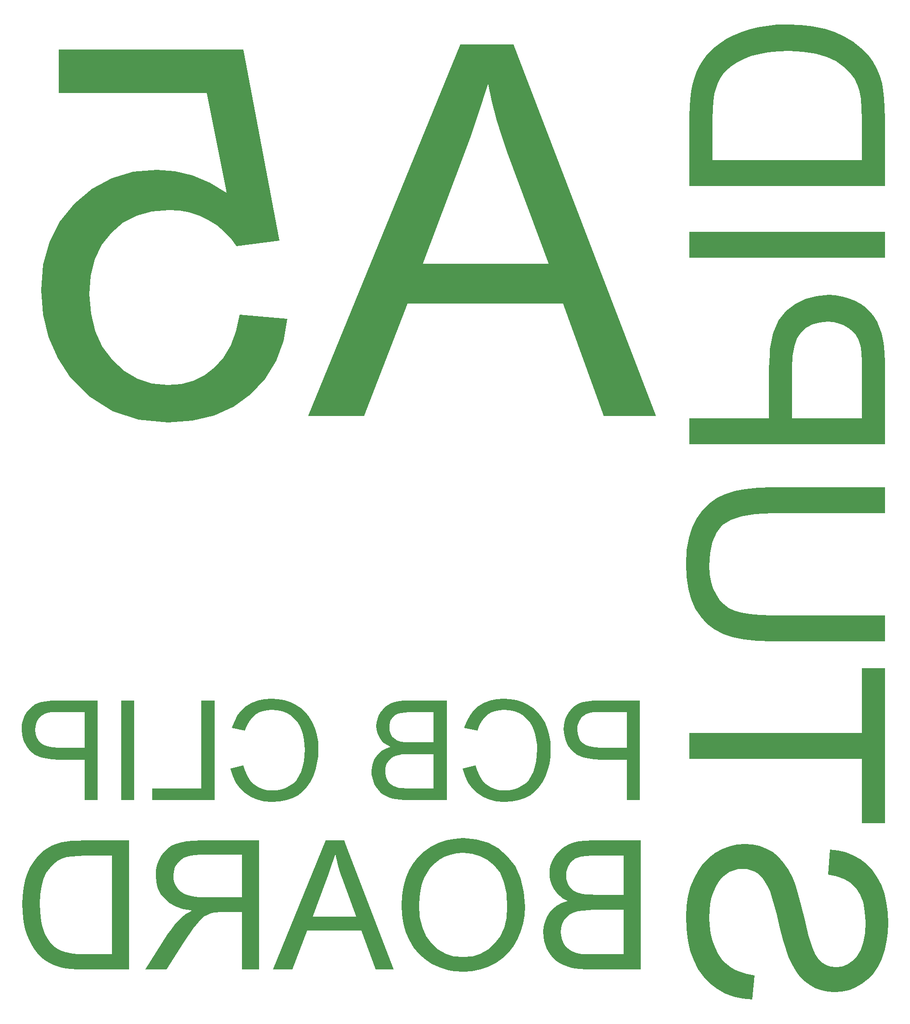
<source format=gbo>
%FSLAX33Y33*%
%MOMM*%
%LNbottom silkscreen_traces*%
%LNtext*%
G36*
G01*
X119683Y61750D02*
X119683Y80003D01*
X112797Y80003D01*
X111942Y79993D01*
X111194Y79960D01*
X110554Y79905D01*
X110021Y79829D01*
X109375Y79692D01*
X108785Y79504D01*
X108249Y79265D01*
X107767Y78976D01*
X107335Y78630D01*
X106947Y78221D01*
X106603Y77749D01*
X106304Y77214D01*
X106062Y76634D01*
X105888Y76025D01*
X105784Y75389D01*
X105750Y74724D01*
X105842Y73605D01*
X106120Y72575D01*
X106583Y71634D01*
X107232Y70783D01*
X108122Y70078D01*
X109311Y69574D01*
X110799Y69272D01*
X111342Y69241D01*
X111463Y71379D01*
X110547Y71543D01*
X109800Y71815D01*
X109224Y72197D01*
X108793Y72677D01*
X108486Y73246D01*
X108302Y73903D01*
X108240Y74649D01*
X108276Y75202D01*
X108385Y75712D01*
X108566Y76182D01*
X108819Y76610D01*
X109132Y76984D01*
X109490Y77288D01*
X109894Y77522D01*
X110344Y77688D01*
X110714Y77758D01*
X111213Y77809D01*
X111841Y77839D01*
X112598Y77849D01*
X117267Y77849D01*
X117267Y71325D01*
X117267Y71325D01*
X112548Y71325D01*
X111463Y71379D01*
X111342Y69241D01*
X112586Y69171D01*
X117267Y69171D01*
X117267Y61750D01*
X119683Y61750D01*
X119683Y61750D01*
X89650Y68150D02*
X87235Y67540D01*
X87690Y66140D01*
X88298Y64917D01*
X89057Y63871D01*
X89968Y63001D01*
X91009Y62318D01*
X92161Y61829D01*
X93422Y61536D01*
X94792Y61439D01*
X96199Y61514D01*
X97468Y61739D01*
X98599Y62115D01*
X99592Y62640D01*
X100462Y63308D01*
X101220Y64111D01*
X101869Y65048D01*
X102406Y66120D01*
X102828Y67281D01*
X103130Y68483D01*
X103311Y69727D01*
X103371Y71014D01*
X103303Y72394D01*
X103099Y73683D01*
X102758Y74881D01*
X102282Y75988D01*
X101679Y76986D01*
X100962Y77856D01*
X100129Y78598D01*
X99181Y79213D01*
X98151Y79695D01*
X97069Y80039D01*
X95938Y80246D01*
X94755Y80315D01*
X93440Y80228D01*
X92234Y79966D01*
X91136Y79530D01*
X90148Y78920D01*
X89285Y78152D01*
X88564Y77242D01*
X87984Y76191D01*
X87546Y74998D01*
X89924Y74438D01*
X90277Y75366D01*
X90702Y76159D01*
X91199Y76817D01*
X91767Y77339D01*
X92410Y77737D01*
X93130Y78021D01*
X93929Y78191D01*
X94805Y78248D01*
X95814Y78185D01*
X96736Y77996D01*
X97573Y77681D01*
X98322Y77239D01*
X98976Y76692D01*
X99525Y76058D01*
X99969Y75338D01*
X100308Y74531D01*
X100559Y73675D01*
X100738Y72805D01*
X100845Y71922D01*
X100881Y71026D01*
X100839Y69899D01*
X100711Y68846D01*
X100499Y67866D01*
X100202Y66961D01*
X99816Y66147D01*
X99336Y65443D01*
X98761Y64849D01*
X98092Y64365D01*
X97361Y63989D01*
X96601Y63720D01*
X95811Y63559D01*
X94992Y63506D01*
X94016Y63579D01*
X93118Y63798D01*
X92298Y64164D01*
X91555Y64676D01*
X90908Y65332D01*
X90375Y66130D01*
X89956Y67069D01*
X89650Y68150D01*
X89650Y68150D01*
X84358Y61750D02*
X84358Y80003D01*
X77510Y80003D01*
X76516Y79969D01*
X75625Y79865D01*
X74838Y79692D01*
X74154Y79449D01*
X73557Y79135D01*
X73028Y78746D01*
X72567Y78282D01*
X72175Y77744D01*
X71861Y77161D01*
X71638Y76565D01*
X71503Y75956D01*
X71459Y75334D01*
X71498Y74758D01*
X71617Y74198D01*
X71816Y73656D01*
X72094Y73130D01*
X72452Y72639D01*
X72891Y72197D01*
X73410Y71804D01*
X74011Y71462D01*
X74721Y69738D01*
X75051Y69874D01*
X75566Y70008D01*
X76182Y70103D01*
X76901Y70160D01*
X77722Y70179D01*
X81943Y70179D01*
X81943Y63904D01*
X81943Y63904D01*
X77398Y63904D01*
X76856Y63910D01*
X76402Y63926D01*
X76035Y63953D01*
X75754Y63991D01*
X75354Y64078D01*
X74989Y64190D01*
X74657Y64327D01*
X74360Y64489D01*
X74092Y64683D01*
X73849Y64917D01*
X73631Y65191D01*
X73438Y65504D01*
X73280Y65850D01*
X73168Y66222D01*
X73100Y66619D01*
X73077Y67042D01*
X73110Y67536D01*
X73208Y67996D01*
X73372Y68423D01*
X73600Y68816D01*
X73887Y69165D01*
X74224Y69457D01*
X74612Y69694D01*
X74721Y69738D01*
X74011Y71462D01*
X74884Y72909D01*
X74566Y73159D01*
X74304Y73454D01*
X74100Y73792D01*
X73954Y74170D01*
X73866Y74589D01*
X73837Y75048D01*
X73864Y75489D01*
X73946Y75902D01*
X74082Y76289D01*
X74273Y76648D01*
X74514Y76966D01*
X74802Y77230D01*
X75136Y77439D01*
X75518Y77594D01*
X75995Y77706D01*
X76617Y77786D01*
X77383Y77833D01*
X78294Y77849D01*
X81943Y77849D01*
X81943Y72333D01*
X81943Y72333D01*
X77996Y72333D01*
X77249Y72347D01*
X76617Y72386D01*
X76098Y72453D01*
X75692Y72545D01*
X75260Y72705D01*
X74884Y72909D01*
X74011Y71462D01*
X73231Y71176D01*
X72547Y70805D01*
X71958Y70348D01*
X71465Y69806D01*
X71075Y69194D01*
X70797Y68530D01*
X70630Y67812D01*
X70575Y67042D01*
X70609Y66412D01*
X70710Y65804D01*
X70879Y65220D01*
X71116Y64657D01*
X71403Y64138D01*
X71722Y63681D01*
X72072Y63288D01*
X72455Y62958D01*
X72879Y62677D01*
X73353Y62433D01*
X73878Y62226D01*
X74453Y62055D01*
X75088Y61922D01*
X75790Y61826D01*
X76560Y61769D01*
X77398Y61750D01*
X84358Y61750D01*
X84358Y61750D01*
X47141Y68150D02*
X44726Y67540D01*
X45181Y66140D01*
X45789Y64917D01*
X46548Y63871D01*
X47459Y63001D01*
X48501Y62318D01*
X49652Y61829D01*
X50913Y61536D01*
X52284Y61439D01*
X53690Y61514D01*
X54959Y61739D01*
X56090Y62115D01*
X57084Y62640D01*
X57953Y63308D01*
X58712Y64111D01*
X59360Y65048D01*
X59898Y66120D01*
X60320Y67281D01*
X60621Y68483D01*
X60802Y69727D01*
X60863Y71014D01*
X60794Y72394D01*
X60590Y73683D01*
X60250Y74881D01*
X59773Y75988D01*
X59171Y76986D01*
X58453Y77856D01*
X57621Y78598D01*
X56673Y79213D01*
X55642Y79695D01*
X54561Y80039D01*
X53429Y80246D01*
X52246Y80315D01*
X50931Y80228D01*
X49725Y79966D01*
X48628Y79530D01*
X47639Y78920D01*
X46776Y78152D01*
X46055Y77242D01*
X45475Y76191D01*
X45037Y74998D01*
X47415Y74438D01*
X47769Y75366D01*
X48194Y76159D01*
X48690Y76817D01*
X49258Y77339D01*
X49901Y77737D01*
X50621Y78021D01*
X51420Y78191D01*
X52296Y78248D01*
X53305Y78185D01*
X54228Y77996D01*
X55064Y77681D01*
X55814Y77239D01*
X56468Y76692D01*
X57017Y76058D01*
X57461Y75338D01*
X57800Y74531D01*
X58050Y73675D01*
X58229Y72805D01*
X58337Y71922D01*
X58372Y71026D01*
X58330Y69899D01*
X58203Y68846D01*
X57991Y67866D01*
X57694Y66961D01*
X57307Y66147D01*
X56827Y65443D01*
X56252Y64849D01*
X55583Y64365D01*
X54853Y63989D01*
X54092Y63720D01*
X53302Y63559D01*
X52483Y63506D01*
X51507Y63579D01*
X50609Y63798D01*
X49789Y64164D01*
X49046Y64676D01*
X48400Y65332D01*
X47867Y66130D01*
X47447Y67069D01*
X47141Y68150D01*
X47141Y68150D01*
X41849Y61750D02*
X41849Y80003D01*
X39434Y80003D01*
X39434Y63904D01*
X30444Y63904D01*
X30444Y61750D01*
X41849Y61750D01*
X41849Y61750D01*
X27157Y61750D02*
X27157Y80003D01*
X24741Y80003D01*
X24741Y61750D01*
X27157Y61750D01*
X27157Y61750D01*
X20483Y61750D02*
X20483Y80003D01*
X13598Y80003D01*
X12742Y79993D01*
X11995Y79960D01*
X11354Y79905D01*
X10821Y79829D01*
X10176Y79692D01*
X9585Y79504D01*
X9049Y79265D01*
X8567Y78976D01*
X8135Y78630D01*
X7747Y78221D01*
X7404Y77749D01*
X7104Y77214D01*
X6862Y76634D01*
X6689Y76025D01*
X6585Y75389D01*
X6550Y74724D01*
X6643Y73605D01*
X6921Y72575D01*
X7384Y71634D01*
X8032Y70783D01*
X8922Y70078D01*
X10111Y69574D01*
X11599Y69272D01*
X12143Y69241D01*
X12263Y71379D01*
X11347Y71543D01*
X10601Y71815D01*
X10024Y72197D01*
X9594Y72677D01*
X9287Y73246D01*
X9102Y73903D01*
X9041Y74649D01*
X9077Y75202D01*
X9185Y75712D01*
X9366Y76182D01*
X9620Y76610D01*
X9932Y76984D01*
X10290Y77288D01*
X10695Y77522D01*
X11145Y77688D01*
X11514Y77758D01*
X12013Y77809D01*
X12641Y77839D01*
X13399Y77849D01*
X18068Y77849D01*
X18068Y71325D01*
X18068Y71325D01*
X13349Y71325D01*
X12263Y71379D01*
X12143Y69241D01*
X13386Y69171D01*
X18068Y69171D01*
X18068Y61750D01*
X20483Y61750D01*
X20483Y61750D01*
X119833Y30750D02*
X119833Y54372D01*
X110971Y54372D01*
X109684Y54327D01*
X108532Y54193D01*
X107513Y53969D01*
X106628Y53655D01*
X105855Y53248D01*
X105170Y52745D01*
X104574Y52144D01*
X104066Y51448D01*
X103661Y50694D01*
X103371Y49923D01*
X103198Y49135D01*
X103140Y48330D01*
X103191Y47583D01*
X103345Y46859D01*
X103602Y46157D01*
X103961Y45478D01*
X104425Y44841D01*
X104993Y44269D01*
X105665Y43761D01*
X106443Y43318D01*
X107361Y41088D01*
X107788Y41264D01*
X108455Y41437D01*
X109253Y41560D01*
X110183Y41634D01*
X111245Y41659D01*
X116707Y41659D01*
X116707Y33538D01*
X116707Y33538D01*
X110826Y33538D01*
X110125Y33545D01*
X109537Y33566D01*
X109061Y33601D01*
X108699Y33650D01*
X108181Y33763D01*
X107708Y33908D01*
X107279Y34085D01*
X106894Y34295D01*
X106548Y34546D01*
X106233Y34849D01*
X105951Y35203D01*
X105702Y35608D01*
X105497Y36056D01*
X105351Y36537D01*
X105264Y37051D01*
X105234Y37598D01*
X105277Y38237D01*
X105404Y38833D01*
X105615Y39385D01*
X105911Y39894D01*
X106282Y40345D01*
X106719Y40724D01*
X107221Y41030D01*
X107361Y41088D01*
X106443Y43318D01*
X107573Y45192D01*
X107160Y45515D01*
X106822Y45896D01*
X106557Y46334D01*
X106368Y46823D01*
X106255Y47365D01*
X106217Y47959D01*
X106253Y48529D01*
X106358Y49065D01*
X106535Y49565D01*
X106781Y50030D01*
X107093Y50441D01*
X107466Y50783D01*
X107899Y51054D01*
X108393Y51254D01*
X109010Y51399D01*
X109815Y51502D01*
X110807Y51564D01*
X111986Y51584D01*
X116707Y51584D01*
X116707Y44446D01*
X116707Y44446D01*
X111599Y44446D01*
X110633Y44463D01*
X109815Y44515D01*
X109143Y44600D01*
X108618Y44720D01*
X108059Y44927D01*
X107573Y45192D01*
X106443Y43318D01*
X105433Y42949D01*
X104548Y42468D01*
X103786Y41877D01*
X103148Y41175D01*
X102644Y40384D01*
X102284Y39524D01*
X102068Y38595D01*
X101996Y37598D01*
X102039Y36783D01*
X102171Y35997D01*
X102390Y35240D01*
X102697Y34512D01*
X103068Y33840D01*
X103480Y33250D01*
X103934Y32741D01*
X104429Y32313D01*
X104977Y31950D01*
X105591Y31634D01*
X106270Y31366D01*
X107015Y31145D01*
X107836Y30972D01*
X108745Y30849D01*
X109742Y30775D01*
X110826Y30750D01*
X119833Y30750D01*
X119833Y30750D01*
X98644Y42255D02*
X98446Y45036D01*
X97854Y47498D01*
X96867Y49640D01*
X95485Y51464D01*
X93791Y52919D01*
X91868Y53959D01*
X89715Y54583D01*
X87332Y54791D01*
X85737Y54693D01*
X84222Y54400D01*
X82788Y53912D01*
X81435Y53228D01*
X80199Y52369D01*
X79120Y51357D01*
X78197Y50190D01*
X77430Y48869D01*
X76828Y47425D01*
X76397Y45886D01*
X76139Y44254D01*
X76053Y42529D01*
X76143Y40780D01*
X76415Y39125D01*
X76868Y37565D01*
X77503Y36100D01*
X78304Y34768D01*
X79255Y33608D01*
X80358Y32621D01*
X81612Y31805D01*
X82967Y31167D01*
X84375Y30712D01*
X85188Y30560D01*
X85678Y33177D01*
X84148Y33642D01*
X82773Y34418D01*
X81555Y35503D01*
X80558Y36874D01*
X79845Y38505D01*
X79418Y40395D01*
X79275Y42545D01*
X79336Y43941D01*
X79519Y45246D01*
X79824Y46459D01*
X80250Y47580D01*
X80794Y48595D01*
X81451Y49490D01*
X82220Y50263D01*
X83102Y50916D01*
X84070Y51434D01*
X85094Y51804D01*
X86176Y52026D01*
X87316Y52100D01*
X88918Y51958D01*
X90404Y51530D01*
X91774Y50818D01*
X93028Y49820D01*
X94075Y48489D01*
X94823Y46777D01*
X95271Y44682D01*
X95421Y42207D01*
X95421Y42207D01*
X95277Y40185D01*
X94847Y38390D01*
X94129Y36821D01*
X93125Y35479D01*
X91904Y34404D01*
X90537Y33636D01*
X89023Y33176D01*
X87364Y33022D01*
X85678Y33177D01*
X85188Y30560D01*
X85835Y30438D01*
X87348Y30347D01*
X88972Y30448D01*
X90506Y30750D01*
X91952Y31254D01*
X93310Y31958D01*
X94544Y32838D01*
X95618Y33864D01*
X96534Y35037D01*
X97290Y36357D01*
X97882Y37771D01*
X98305Y39226D01*
X98559Y40720D01*
X98644Y42255D01*
X98644Y42255D01*
X74618Y30750D02*
X66169Y52749D01*
X63935Y51891D01*
X64183Y50757D01*
X64479Y49627D01*
X64820Y48501D01*
X65208Y47379D01*
X67802Y40450D01*
X67802Y40450D01*
X59794Y40450D01*
X62259Y46992D01*
X62787Y48416D01*
X63242Y49707D01*
X63625Y50865D01*
X63935Y51891D01*
X66169Y52749D01*
X65546Y54372D01*
X62178Y54372D01*
X52510Y30750D01*
X56071Y30750D01*
X58827Y37904D01*
X68704Y37904D01*
X71298Y30750D01*
X74618Y30750D01*
X74618Y30750D01*
X49964Y30750D02*
X49964Y54372D01*
X39490Y54372D01*
X38006Y54332D01*
X36711Y54213D01*
X35605Y54014D01*
X34689Y53736D01*
X33908Y53356D01*
X33210Y52855D01*
X32595Y52233D01*
X32062Y51488D01*
X31632Y50661D01*
X31325Y49792D01*
X31141Y48880D01*
X31079Y47927D01*
X31181Y46719D01*
X31486Y45610D01*
X31995Y44600D01*
X32707Y43689D01*
X33631Y42905D01*
X34777Y42279D01*
X36145Y41810D01*
X36931Y41655D01*
X37430Y44196D01*
X36767Y44390D01*
X36199Y44645D01*
X35704Y44966D01*
X35281Y45354D01*
X34930Y45808D01*
X34655Y46306D01*
X34459Y46825D01*
X34341Y47365D01*
X34302Y47927D01*
X34378Y48727D01*
X34606Y49453D01*
X34986Y50105D01*
X35518Y50682D01*
X36215Y51154D01*
X37087Y51492D01*
X38136Y51694D01*
X39361Y51762D01*
X46838Y51762D01*
X46838Y43947D01*
X46838Y43947D01*
X40119Y43947D01*
X39106Y43974D01*
X38209Y44058D01*
X37430Y44196D01*
X36931Y41655D01*
X37734Y41498D01*
X37151Y41200D01*
X36642Y40905D01*
X36208Y40612D01*
X35849Y40321D01*
X35173Y39654D01*
X34515Y38907D01*
X33876Y38083D01*
X33255Y37179D01*
X29146Y30750D01*
X33077Y30750D01*
X36203Y35665D01*
X36858Y36666D01*
X37452Y37542D01*
X37986Y38293D01*
X38459Y38919D01*
X38891Y39441D01*
X39299Y39878D01*
X39684Y40231D01*
X40046Y40499D01*
X40398Y40707D01*
X40753Y40881D01*
X41111Y41021D01*
X41472Y41127D01*
X41780Y41176D01*
X42173Y41212D01*
X42651Y41233D01*
X43213Y41240D01*
X46838Y41240D01*
X46838Y30750D01*
X49964Y30750D01*
X49964Y30750D01*
X26181Y30750D02*
X26181Y54372D01*
X18092Y54372D01*
X18092Y51584D01*
X23055Y51584D01*
X23055Y33538D01*
X23055Y33538D01*
X18011Y33538D01*
X16906Y33565D01*
X15926Y33646D01*
X15073Y33782D01*
X14345Y33973D01*
X13714Y34212D01*
X13151Y34496D01*
X12655Y34825D01*
X12226Y35197D01*
X11701Y35801D01*
X11237Y36500D01*
X10835Y37296D01*
X10494Y38186D01*
X10223Y39175D01*
X10029Y40263D01*
X9913Y41451D01*
X9874Y42738D01*
X9950Y44484D01*
X10178Y46015D01*
X10558Y47332D01*
X11090Y48434D01*
X11731Y49347D01*
X12438Y50096D01*
X13210Y50681D01*
X14047Y51101D01*
X14771Y51313D01*
X15687Y51464D01*
X16794Y51554D01*
X18092Y51584D01*
X18092Y54372D01*
X18043Y54372D01*
X16747Y54351D01*
X15614Y54287D01*
X14644Y54182D01*
X13838Y54034D01*
X12860Y53753D01*
X11957Y53377D01*
X11128Y52907D01*
X10373Y52342D01*
X9498Y51497D01*
X8740Y50543D01*
X8100Y49479D01*
X7578Y48305D01*
X7172Y47033D01*
X6883Y45673D01*
X6709Y44225D01*
X6651Y42690D01*
X6691Y41383D01*
X6808Y40152D01*
X7005Y38998D01*
X7280Y37920D01*
X7616Y36926D01*
X7997Y36021D01*
X8422Y35206D01*
X8891Y34480D01*
X9394Y33836D01*
X9920Y33264D01*
X10470Y32764D01*
X11042Y32337D01*
X11656Y31970D01*
X12331Y31650D01*
X13066Y31378D01*
X13862Y31153D01*
X14718Y30977D01*
X15636Y30851D01*
X16616Y30775D01*
X17657Y30750D01*
X26181Y30750D01*
X26181Y30750D01*
X140249Y25246D02*
X140640Y29714D01*
X139357Y29925D01*
X138195Y30242D01*
X137154Y30664D01*
X136233Y31191D01*
X135413Y31851D01*
X134677Y32671D01*
X134022Y33651D01*
X133450Y34792D01*
X132985Y36051D01*
X132653Y37386D01*
X132454Y38797D01*
X132388Y40285D01*
X132438Y41600D01*
X132589Y42836D01*
X132841Y43993D01*
X133193Y45070D01*
X133634Y46042D01*
X134149Y46880D01*
X134738Y47586D01*
X135403Y48159D01*
X136121Y48602D01*
X136871Y48919D01*
X137653Y49109D01*
X138467Y49172D01*
X139282Y49111D01*
X140045Y48928D01*
X140753Y48623D01*
X141409Y48195D01*
X142012Y47628D01*
X142565Y46901D01*
X143068Y46016D01*
X143520Y44973D01*
X143840Y44034D01*
X144238Y42659D01*
X144713Y40848D01*
X145266Y38601D01*
X145850Y36319D01*
X146417Y34407D01*
X146967Y32865D01*
X147500Y31691D01*
X148212Y30491D01*
X149005Y29454D01*
X149878Y28581D01*
X150833Y27871D01*
X151857Y27321D01*
X152941Y26928D01*
X154085Y26692D01*
X155288Y26613D01*
X156621Y26709D01*
X157910Y26998D01*
X159154Y27478D01*
X160354Y28151D01*
X161461Y29009D01*
X162426Y30043D01*
X163249Y31255D01*
X163931Y32644D01*
X164465Y34162D01*
X164846Y35762D01*
X165075Y37446D01*
X165151Y39211D01*
X165071Y41142D01*
X164831Y42955D01*
X164430Y44651D01*
X163870Y46230D01*
X163153Y47662D01*
X162286Y48919D01*
X161267Y50000D01*
X160098Y50905D01*
X158811Y51629D01*
X157443Y52163D01*
X155992Y52507D01*
X154458Y52663D01*
X154116Y48122D01*
X155709Y47830D01*
X157095Y47319D01*
X158273Y46591D01*
X159243Y45644D01*
X160002Y44462D01*
X160543Y43029D01*
X160868Y41343D01*
X160977Y39406D01*
X160878Y37404D01*
X160583Y35692D01*
X160091Y34272D01*
X159402Y33144D01*
X158574Y32284D01*
X157665Y31670D01*
X156676Y31302D01*
X155605Y31179D01*
X154684Y31266D01*
X153848Y31527D01*
X153097Y31961D01*
X152432Y32570D01*
X151805Y33529D01*
X151171Y35039D01*
X150530Y37100D01*
X149880Y39711D01*
X149248Y42372D01*
X148657Y44579D01*
X148107Y46333D01*
X147598Y47634D01*
X146829Y49094D01*
X145965Y50350D01*
X145004Y51401D01*
X143948Y52248D01*
X142801Y52900D01*
X141570Y53365D01*
X140256Y53644D01*
X138857Y53737D01*
X137450Y53635D01*
X136083Y53328D01*
X134758Y52817D01*
X133474Y52102D01*
X132281Y51194D01*
X131228Y50109D01*
X130316Y48845D01*
X129543Y47402D01*
X128929Y45822D01*
X128491Y44146D01*
X128227Y42373D01*
X128140Y40505D01*
X128228Y38174D01*
X128494Y36040D01*
X128936Y34103D01*
X129556Y32363D01*
X130353Y30809D01*
X131329Y29433D01*
X132483Y28234D01*
X133816Y27211D01*
X135285Y26388D01*
X136846Y25786D01*
X138501Y25406D01*
X140249Y25246D01*
X140249Y25246D01*
X128750Y69314D02*
X160317Y69314D01*
X160317Y57522D01*
X164541Y57522D01*
X164541Y85891D01*
X160317Y85891D01*
X160317Y74051D01*
X128750Y74051D01*
X128750Y69314D01*
X128750Y69314D01*
X164541Y114235D02*
X164541Y118971D01*
X143862Y118971D01*
X141303Y118895D01*
X139022Y118666D01*
X137019Y118285D01*
X135293Y117751D01*
X133780Y117017D01*
X132415Y116039D01*
X131198Y114814D01*
X130129Y113344D01*
X129259Y111626D01*
X128637Y109660D01*
X128264Y107446D01*
X128140Y104982D01*
X128248Y102582D01*
X128573Y100410D01*
X129115Y98468D01*
X129873Y96754D01*
X130837Y95270D01*
X131994Y94014D01*
X133345Y92987D01*
X134890Y92189D01*
X136682Y91591D01*
X138775Y91164D01*
X141168Y90907D01*
X143862Y90822D01*
X164541Y90822D01*
X164541Y95558D01*
X143887Y95558D01*
X141709Y95612D01*
X139837Y95775D01*
X138272Y96046D01*
X137014Y96425D01*
X135973Y96936D01*
X135058Y97603D01*
X134270Y98425D01*
X133608Y99403D01*
X133085Y100518D01*
X132711Y101750D01*
X132487Y103100D01*
X132412Y104567D01*
X132560Y106992D01*
X133004Y109041D01*
X133744Y110715D01*
X134780Y112013D01*
X136237Y112985D01*
X138241Y113680D01*
X140791Y114096D01*
X143887Y114235D01*
X164541Y114235D01*
X164541Y114235D01*
X128750Y126857D02*
X164541Y126857D01*
X164541Y140358D01*
X164520Y142035D01*
X164456Y143502D01*
X164349Y144758D01*
X164199Y145803D01*
X163930Y147068D01*
X163561Y148226D01*
X163094Y149277D01*
X162527Y150222D01*
X161849Y151069D01*
X161047Y151830D01*
X160121Y152504D01*
X159072Y153090D01*
X157934Y153566D01*
X156741Y153905D01*
X155493Y154109D01*
X154189Y154177D01*
X151994Y153995D01*
X149975Y153450D01*
X148131Y152543D01*
X146462Y151271D01*
X145079Y149526D01*
X144091Y147194D01*
X143498Y144277D01*
X143438Y143212D01*
X147631Y142975D01*
X147952Y144771D01*
X148486Y146235D01*
X149233Y147365D01*
X150175Y148209D01*
X151290Y148812D01*
X152580Y149173D01*
X154043Y149294D01*
X155126Y149223D01*
X156127Y149010D01*
X157048Y148655D01*
X157888Y148159D01*
X158620Y147546D01*
X159216Y146843D01*
X159676Y146051D01*
X160000Y145168D01*
X160139Y144443D01*
X160238Y143465D01*
X160298Y142234D01*
X160317Y140749D01*
X160317Y131594D01*
X147524Y131594D01*
X147524Y131594D01*
X147524Y140847D01*
X147631Y142975D01*
X143438Y143212D01*
X143301Y140773D01*
X143301Y131594D01*
X128750Y131594D01*
X128750Y126857D01*
X128750Y126857D01*
X128750Y161013D02*
X164541Y161013D01*
X164541Y165750D01*
X128750Y165750D01*
X128750Y161013D01*
X128750Y161013D01*
X128750Y174099D02*
X164541Y174099D01*
X164541Y186355D01*
X160317Y186355D01*
X160317Y178835D01*
X132974Y178835D01*
X132974Y178835D01*
X132974Y186477D01*
X133015Y188152D01*
X133138Y189636D01*
X133344Y190929D01*
X133633Y192031D01*
X133996Y192987D01*
X134426Y193841D01*
X134924Y194592D01*
X135488Y195242D01*
X136403Y196037D01*
X137463Y196740D01*
X138667Y197350D01*
X140017Y197866D01*
X141515Y198277D01*
X143163Y198571D01*
X144963Y198747D01*
X146914Y198806D01*
X149559Y198691D01*
X151879Y198345D01*
X153874Y197769D01*
X155544Y196963D01*
X156928Y195992D01*
X158062Y194921D01*
X158948Y193752D01*
X159585Y192483D01*
X159905Y191386D01*
X160134Y189999D01*
X160272Y188322D01*
X160317Y186355D01*
X164541Y186355D01*
X164541Y186428D01*
X164509Y188392D01*
X164413Y190109D01*
X164253Y191578D01*
X164028Y192800D01*
X163603Y194282D01*
X163033Y195651D01*
X162321Y196906D01*
X161465Y198049D01*
X160185Y199376D01*
X158740Y200524D01*
X157128Y201494D01*
X155349Y202285D01*
X153421Y202899D01*
X151360Y203338D01*
X149167Y203601D01*
X146841Y203689D01*
X144860Y203629D01*
X142996Y203451D01*
X141247Y203153D01*
X139614Y202737D01*
X138107Y202227D01*
X136736Y201650D01*
X135501Y201006D01*
X134402Y200295D01*
X133425Y199533D01*
X132559Y198736D01*
X131802Y197903D01*
X131155Y197036D01*
X130599Y196105D01*
X130114Y195083D01*
X129701Y193969D01*
X129360Y192764D01*
X129093Y191466D01*
X128903Y190075D01*
X128788Y188591D01*
X128750Y187014D01*
X128750Y174099D01*
X128750Y174099D01*
X122639Y132000D02*
X98318Y195330D01*
X91885Y192859D01*
X92601Y189595D01*
X93450Y186342D01*
X94433Y183101D01*
X95549Y179871D01*
X103018Y159925D01*
X103018Y159925D01*
X79963Y159925D01*
X87061Y178758D01*
X88580Y182857D01*
X89890Y186574D01*
X90992Y189908D01*
X91885Y192859D01*
X98318Y195330D01*
X96523Y200003D01*
X86829Y200003D01*
X58997Y132000D01*
X69248Y132000D01*
X77180Y152596D01*
X105615Y152596D01*
X113084Y132000D01*
X122639Y132000D01*
X122639Y132000D01*
X55191Y149813D02*
X46424Y150555D01*
X45776Y147553D01*
X44807Y144948D01*
X43515Y142740D01*
X41902Y140929D01*
X40036Y139519D01*
X37988Y138512D01*
X35757Y137907D01*
X33343Y137706D01*
X30444Y137990D01*
X27777Y138842D01*
X25342Y140263D01*
X23138Y142251D01*
X21312Y144710D01*
X20007Y147540D01*
X19224Y150740D01*
X18963Y154312D01*
X19214Y157695D01*
X19966Y160702D01*
X21220Y163331D01*
X22976Y165584D01*
X25137Y167390D01*
X27609Y168680D01*
X30390Y169454D01*
X33482Y169712D01*
X35451Y169598D01*
X37321Y169254D01*
X39092Y168682D01*
X40765Y167880D01*
X42302Y166896D01*
X43664Y165775D01*
X44853Y164519D01*
X45868Y163126D01*
X53707Y164146D01*
X47120Y199075D01*
X13304Y199075D01*
X13304Y191097D01*
X40440Y191097D01*
X44105Y172820D01*
X41006Y174687D01*
X37831Y176021D01*
X34581Y176821D01*
X31256Y177088D01*
X26977Y176702D01*
X23045Y175546D01*
X19462Y173618D01*
X16227Y170918D01*
X13548Y167613D01*
X11634Y163868D01*
X10486Y159681D01*
X10104Y155054D01*
X10440Y150595D01*
X11449Y146449D01*
X13130Y142617D01*
X15484Y139097D01*
X19053Y135485D01*
X23219Y132905D01*
X27983Y131356D01*
X33343Y130840D01*
X37769Y131165D01*
X41768Y132139D01*
X45341Y133763D01*
X48488Y136036D01*
X51108Y138845D01*
X53098Y142078D01*
X54459Y145733D01*
X55191Y149813D01*
X55191Y149813D01*
G37*
M02*
</source>
